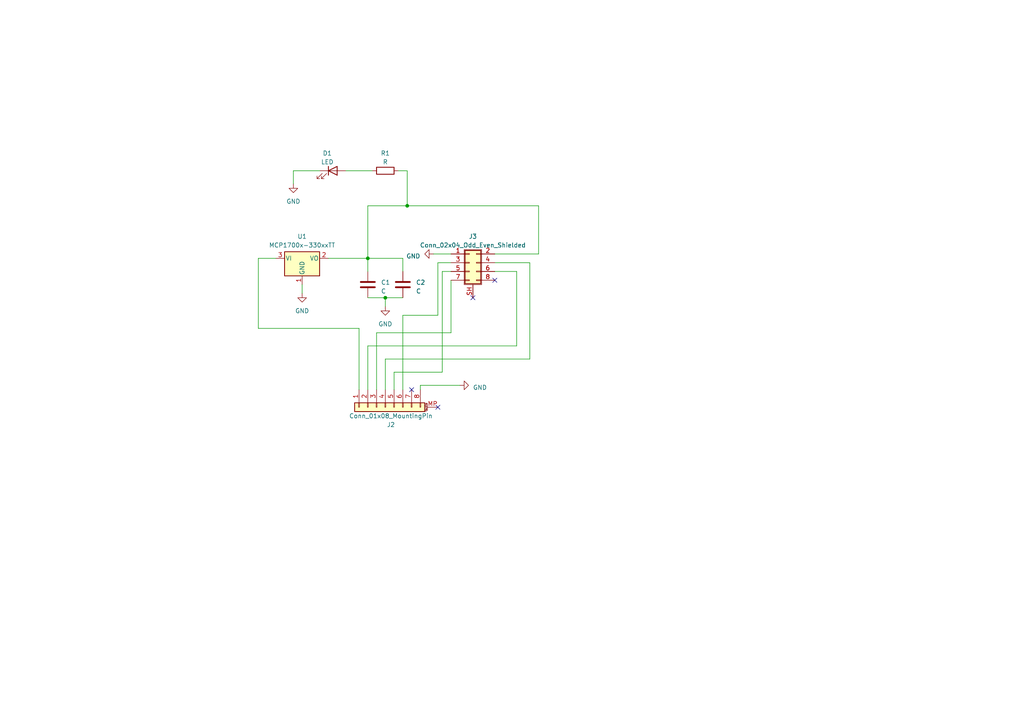
<source format=kicad_sch>
(kicad_sch (version 20230121) (generator eeschema)
  (paper "A4")
  (lib_symbols
    (symbol "Connector_Generic_MountingPin:Conn_01x08_MountingPin" (pin_names (offset 1.016) hide)
      (property "Reference" "J" (at 0 10.16 0))
      (property "Value" "Conn_01x08_MountingPin" (at 1.27 -12.7 0))
      (symbol "Conn_01x08_MountingPin_1_1"
        (rectangle (start -1.27 -10.033) (end 0 -10.287) (stroke (width 0.1524)))
        (rectangle (start -1.27 -7.493) (end 0 -7.747) (stroke (width 0.1524)))
        (rectangle (start -1.27 -4.953) (end 0 -5.207) (stroke (width 0.1524)))
        (rectangle (start -1.27 -2.413) (end 0 -2.667) (stroke (width 0.1524)))
        (rectangle (start -1.27 0.127) (end 0 -0.127) (stroke (width 0.1524)))
        (rectangle (start -1.27 2.667) (end 0 2.413) (stroke (width 0.1524)))
        (rectangle (start -1.27 5.207) (end 0 4.953) (stroke (width 0.1524)))
        (rectangle (start -1.27 7.747) (end 0 7.493) (stroke (width 0.1524)))
        (rectangle (start -1.27 8.89) (end 1.27 -11.43) (stroke (width 0.254)) (fill (type background)))
        (polyline (pts (xy -1.016 -12.192) (xy 1.016 -12.192)) (stroke (width 0.1524)))
        (text "Mounting" (at 0 -11.811 0) (effects (font (size 0.381 0.381))))
        (pin passive line (at -5.08 7.62 0) (length 3.81) (name "Pin_1") (number "1"))
        (pin passive line (at -5.08 5.08 0) (length 3.81) (name "Pin_2") (number "2"))
        (pin passive line (at -5.08 2.54 0) (length 3.81) (name "Pin_3") (number "3"))
        (pin passive line (at -5.08 0 0) (length 3.81) (name "Pin_4") (number "4"))
        (pin passive line (at -5.08 -2.54 0) (length 3.81) (name "Pin_5") (number "5"))
        (pin passive line (at -5.08 -5.08 0) (length 3.81) (name "Pin_6") (number "6"))
        (pin passive line (at -5.08 -7.62 0) (length 3.81) (name "Pin_7") (number "7"))
        (pin passive line (at -5.08 -10.16 0) (length 3.81) (name "Pin_8") (number "8"))
        (pin passive line (at 0 -15.24 90) (length 3.048) (name "MountPin") (number "MP"))
      )
    )
    (symbol "Connector_Generic_Shielded:Conn_02x04_Odd_Even_Shielded" (pin_names (offset 1.016) hide)
      (property "Reference" "J" (at 1.524 4.826 0))
      (property "Value" "Conn_02x04_Odd_Even_Shielded" (at 2.286 -7.366 0))
      (symbol "Conn_02x04_Odd_Even_Shielded_1_1"
        (rectangle (start -1.27 3.81) (end 3.81 -6.35) (stroke (width 0.1524)))
        (rectangle (start -1.016 -4.953) (end 0.254 -5.207) (stroke (width 0.1524)))
        (rectangle (start -1.016 -2.413) (end 0.254 -2.667) (stroke (width 0.1524)))
        (rectangle (start -1.016 0.127) (end 0.254 -0.127) (stroke (width 0.1524)))
        (rectangle (start -1.016 2.667) (end 0.254 2.413) (stroke (width 0.1524)))
        (rectangle (start -1.016 3.556) (end 3.556 -6.096) (stroke (width 0.254)) (fill (type background)))
        (rectangle (start 3.556 -4.953) (end 2.286 -5.207) (stroke (width 0.1524)))
        (rectangle (start 3.556 -2.413) (end 2.286 -2.667) (stroke (width 0.1524)))
        (rectangle (start 3.556 0.127) (end 2.286 -0.127) (stroke (width 0.1524)))
        (rectangle (start 3.556 2.667) (end 2.286 2.413) (stroke (width 0.1524)))
        (pin passive line (at -5.08 2.54 0) (length 4.064) (name "Pin_1") (number "1"))
        (pin passive line (at 7.62 2.54 180) (length 4.064) (name "Pin_2") (number "2"))
        (pin passive line (at -5.08 0 0) (length 4.064) (name "Pin_3") (number "3"))
        (pin passive line (at 7.62 0 180) (length 4.064) (name "Pin_4") (number "4"))
        (pin passive line (at -5.08 -2.54 0) (length 4.064) (name "Pin_5") (number "5"))
        (pin passive line (at 7.62 -2.54 180) (length 4.064) (name "Pin_6") (number "6"))
        (pin passive line (at -5.08 -5.08 0) (length 4.064) (name "Pin_7") (number "7"))
        (pin passive line (at 7.62 -5.08 180) (length 4.064) (name "Pin_8") (number "8"))
        (pin passive line (at 1.27 -10.16 90) (length 3.81) (name "Shield") (number "SH"))
      )
    )
    (symbol "Device:C" (pin_numbers hide) (pin_names (offset 0.254))
      (property "Reference" "C" (at 0.635 2.54 0))
      (property "Value" "C" (at 0.635 -2.54 0))
      (symbol "C_0_1"
        (polyline (pts (xy -2.032 -0.762) (xy 2.032 -0.762)) (stroke (width 0.508)))
        (polyline (pts (xy -2.032 0.762) (xy 2.032 0.762)) (stroke (width 0.508)))
      )
      (symbol "C_1_1"
        (pin passive line (at 0 3.81 270) (length 2.794) (name "~") (number "1"))
        (pin passive line (at 0 -3.81 90) (length 2.794) (name "~") (number "2"))
      )
    )
    (symbol "Device:LED" (pin_numbers hide) (pin_names (offset 1.016) hide)
      (property "Reference" "D" (at 0 2.54 0))
      (property "Value" "LED" (at 0 -2.54 0))
      (symbol "LED_0_1"
        (polyline (pts (xy -1.27 -1.27) (xy -1.27 1.27)) (stroke (width 0.254)))
        (polyline (pts (xy -1.27 0) (xy 1.27 0)))
        (polyline (pts (xy 1.27 -1.27) (xy 1.27 1.27) (xy -1.27 0) (xy 1.27 -1.27)) (stroke (width 0.254)))
        (polyline (pts (xy -3.048 -0.762) (xy -4.572 -2.286) (xy -3.81 -2.286) (xy -4.572 -2.286) (xy -4.572 -1.524)))
        (polyline (pts (xy -1.778 -0.762) (xy -3.302 -2.286) (xy -2.54 -2.286) (xy -3.302 -2.286) (xy -3.302 -1.524)))
      )
      (symbol "LED_1_1"
        (pin passive line (at -3.81 0 0) (length 2.54) (name "K") (number "1"))
        (pin passive line (at 3.81 0 180) (length 2.54) (name "A") (number "2"))
      )
    )
    (symbol "Device:R" (pin_numbers hide) (pin_names (offset 0))
      (property "Reference" "R" (at 2.032 0 90))
      (property "Value" "R" (at 0 0 90))
      (symbol "R_0_1"
        (rectangle (start -1.016 -2.54) (end 1.016 2.54) (stroke (width 0.254)))
      )
      (symbol "R_1_1"
        (pin passive line (at 0 3.81 270) (length 1.27) (name "~") (number "1"))
        (pin passive line (at 0 -3.81 90) (length 1.27) (name "~") (number "2"))
      )
    )
    (symbol "Regulator_Linear:MCP1700x-330xxTT" (pin_names (offset 0.254))
      (property "Reference" "U" (at -3.81 3.175 0))
      (property "Value" "MCP1700x-330xxTT" (at 0 3.175 0))
      (symbol "MCP1700x-330xxTT_0_1"
        (rectangle (start -5.08 1.905) (end 5.08 -5.08) (stroke (width 0.254)) (fill (type background)))
      )
      (symbol "MCP1700x-330xxTT_1_1"
        (pin power_in line (at 0 -7.62 90) (length 2.54) (name "GND") (number "1"))
        (pin power_out line (at 7.62 0 180) (length 2.54) (name "VO") (number "2"))
        (pin power_in line (at -7.62 0 0) (length 2.54) (name "VI") (number "3"))
      )
    )
    (symbol "power:GND" (power) (pin_names (offset 0))
      (property "Value" "GND" (at 0 -3.81 0))
      (symbol "GND_0_1"
        (polyline (pts (xy 0 0) (xy 0 -1.27) (xy 1.27 -1.27) (xy 0 -2.54) (xy -1.27 -1.27) (xy 0 -1.27)))
      )
      (symbol "GND_1_1"
        (pin power_in line (at 0 0 270) (length 0) hide (name "GND") (number "1"))
      )
    )
  )
  (junction (at 106.68 74.93))
  (junction (at 111.76 86.36))
  (junction (at 118.11 59.69))
  (no_connect (at 119.38 113.03))
  (no_connect (at 143.51 81.28))
  (no_connect (at 137.16 86.36))
  (no_connect (at 127 118.11))
  (wire (pts (xy 130.81 73.66) (xy 125.73 73.66)))
  (wire (pts (xy 85.09 53.34) (xy 85.09 49.53)))
  (wire (pts (xy 156.21 59.69) (xy 118.11 59.69)))
  (wire (pts (xy 111.76 86.36) (xy 116.84 86.36)))
  (wire (pts (xy 127 91.44) (xy 127 76.2)))
  (wire (pts (xy 111.76 86.36) (xy 111.76 88.9)))
  (wire (pts (xy 128.27 78.74) (xy 128.27 107.95)))
  (wire (pts (xy 87.63 82.55) (xy 87.63 85.09)))
  (wire (pts (xy 106.68 113.03) (xy 106.68 100.33)))
  (wire (pts (xy 74.93 95.25) (xy 104.14 95.25)))
  (wire (pts (xy 115.57 49.53) (xy 118.11 49.53)))
  (wire (pts (xy 127 76.2) (xy 130.81 76.2)))
  (wire (pts (xy 85.09 49.53) (xy 92.71 49.53)))
  (wire (pts (xy 111.76 104.14) (xy 153.67 104.14)))
  (wire (pts (xy 121.92 113.03) (xy 121.92 111.76)))
  (wire (pts (xy 116.84 113.03) (xy 116.84 91.44)))
  (wire (pts (xy 118.11 59.69) (xy 106.68 59.69)))
  (wire (pts (xy 74.93 74.93) (xy 74.93 95.25)))
  (wire (pts (xy 100.33 49.53) (xy 107.95 49.53)))
  (wire (pts (xy 114.3 107.95) (xy 114.3 113.03)))
  (wire (pts (xy 104.14 95.25) (xy 104.14 113.03)))
  (wire (pts (xy 153.67 104.14) (xy 153.67 76.2)))
  (wire (pts (xy 156.21 73.66) (xy 156.21 59.69)))
  (wire (pts (xy 116.84 91.44) (xy 127 91.44)))
  (wire (pts (xy 128.27 78.74) (xy 130.81 78.74)))
  (wire (pts (xy 149.86 78.74) (xy 143.51 78.74)))
  (wire (pts (xy 121.92 111.76) (xy 133.35 111.76)))
  (wire (pts (xy 116.84 74.93) (xy 106.68 74.93)))
  (wire (pts (xy 80.01 74.93) (xy 74.93 74.93)))
  (wire (pts (xy 106.68 74.93) (xy 106.68 78.74)))
  (wire (pts (xy 106.68 59.69) (xy 106.68 74.93)))
  (wire (pts (xy 118.11 49.53) (xy 118.11 59.69)))
  (wire (pts (xy 109.22 96.52) (xy 109.22 113.03)))
  (wire (pts (xy 128.27 107.95) (xy 114.3 107.95)))
  (wire (pts (xy 95.25 74.93) (xy 106.68 74.93)))
  (wire (pts (xy 106.68 86.36) (xy 111.76 86.36)))
  (wire (pts (xy 143.51 73.66) (xy 156.21 73.66)))
  (wire (pts (xy 153.67 76.2) (xy 143.51 76.2)))
  (wire (pts (xy 130.81 81.28) (xy 130.81 96.52)))
  (wire (pts (xy 106.68 100.33) (xy 149.86 100.33)))
  (wire (pts (xy 111.76 113.03) (xy 111.76 104.14)))
  (wire (pts (xy 130.81 96.52) (xy 109.22 96.52)))
  (wire (pts (xy 149.86 100.33) (xy 149.86 78.74)))
  (wire (pts (xy 116.84 78.74) (xy 116.84 74.93)))
  (symbol (lib_id "Connector_Generic_Shielded:Conn_02x04_Odd_Even_Shielded") (at 135.89 76.2 0) (unit 1)
    (property "Reference" "J3" (at 137.16 68.58 0))
    (property "Value" "Conn_02x04_Odd_Even_Shielded" (at 137.16 71.12 0))
    (property "Footprint" "Connector_PinSocket_2.54mm:PinSocket_2x04_P2.54mm_Vertical" (effects hide))
  )
  (symbol (lib_id "power:GND") (at 85.09 53.34 0) (unit 1)
    (property "Reference" "#PWR05" (effects hide))
    (property "Value" "GND" (at 85.09 58.42 0))
  )
  (symbol (lib_id "Regulator_Linear:MCP1700x-330xxTT") (at 87.63 74.93 0) (unit 1)
    (property "Reference" "U1" (at 87.63 68.58 0))
    (property "Value" "MCP1700x-330xxTT" (at 87.63 71.12 0))
    (property "Footprint" "Package_TO_SOT_SMD:SOT-23" (effects hide))
    (property "Datasheet" "http://ww1.microchip.com/downloads/en/DeviceDoc/20001826D.pdf" (effects hide))
  )
  (symbol (lib_id "power:GND") (at 133.35 111.76 90) (unit 1)
    (property "Reference" "#PWR04" (effects hide))
    (property "Value" "GND" (at 137.16 112.395 90) (effects (justify right)))
  )
  (symbol (lib_id "power:GND") (at 111.76 88.9 0) (unit 1)
    (property "Reference" "#PWR01" (effects hide))
    (property "Value" "GND" (at 111.76 93.98 0))
  )
  (symbol (lib_id "Device:C") (at 106.68 82.55 0) (unit 1)
    (property "Reference" "C1" (at 110.49 81.915 0) (effects (justify left)))
    (property "Value" "C" (at 110.49 84.455 0) (effects (justify left)))
    (property "Footprint" "Capacitor_SMD:C_0805_2012Metric_Pad1.18x1.45mm_HandSolder" (effects hide))
  )
  (symbol (lib_id "Device:R") (at 111.76 49.53 90) (unit 1)
    (property "Reference" "R1" (at 111.76 44.45 90))
    (property "Value" "R" (at 111.76 46.99 90))
    (property "Footprint" "Resistor_SMD:R_0603_1608Metric_Pad0.98x0.95mm_HandSolder" (effects hide))
  )
  (symbol (lib_id "Device:C") (at 116.84 82.55 0) (unit 1)
    (property "Reference" "C2" (at 120.65 81.915 0) (effects (justify left)))
    (property "Value" "C" (at 120.65 84.455 0) (effects (justify left)))
    (property "Footprint" "Capacitor_SMD:C_0805_2012Metric_Pad1.18x1.45mm_HandSolder" (effects hide))
  )
  (symbol (lib_id "Connector_Generic_MountingPin:Conn_01x08_MountingPin") (at 111.76 118.11 90) (mirror x) (unit 1)
    (property "Reference" "J2" (at 113.3856 123.19 90))
    (property "Value" "Conn_01x08_MountingPin" (at 113.3856 120.65 90))
    (property "Footprint" "Connector_PinHeader_2.54mm:PinHeader_1x08_P2.54mm_Vertical" (effects hide))
  )
  (symbol (lib_id "power:GND") (at 87.63 85.09 0) (unit 1)
    (property "Reference" "#PWR02" (effects hide))
    (property "Value" "GND" (at 87.63 90.17 0))
  )
  (symbol (lib_id "Device:LED") (at 96.52 49.53 0) (unit 1)
    (property "Reference" "D1" (at 94.9325 44.45 0))
    (property "Value" "LED" (at 94.9325 46.99 0))
    (property "Footprint" "LED_THT:LED_D3.0mm" (effects hide))
  )
  (symbol (lib_id "power:GND") (at 125.73 73.66 270) (unit 1)
    (property "Reference" "#PWR03" (effects hide))
    (property "Value" "GND" (at 121.92 74.295 90) (effects (justify right)))
  )
)
</source>
